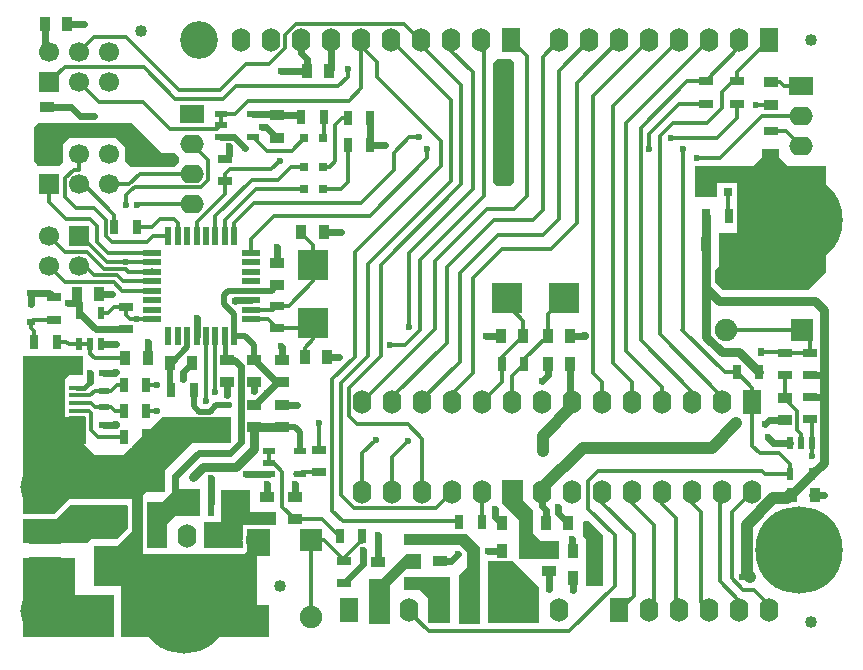
<source format=gtl>
G04 Layer_Physical_Order=1*
G04 Layer_Color=255*
%FSLAX44Y44*%
%MOMM*%
G71*
G01*
G75*
%ADD10R,2.6000X2.5000*%
%ADD11R,2.5000X2.6000*%
%ADD12R,1.0000X0.5500*%
%ADD13R,0.5500X1.0000*%
%ADD14R,0.6000X2.2000*%
%ADD15R,3.5000X2.2000*%
%ADD16R,0.5500X1.5000*%
%ADD17R,1.5000X0.5500*%
%ADD18R,2.7000X2.0000*%
%ADD19C,1.0160*%
%ADD20R,1.3000X0.9000*%
%ADD21R,0.9000X1.3000*%
%ADD22R,0.8000X0.8000*%
%ADD23R,1.6000X3.0000*%
%ADD24R,1.3500X0.4000*%
%ADD25R,1.4000X1.6000*%
%ADD26R,1.9000X1.9000*%
%ADD27R,0.6858X0.5588*%
%ADD28R,0.5588X0.6858*%
%ADD29R,1.3000X0.7000*%
%ADD30R,0.7000X1.3000*%
%ADD31R,0.9000X0.6000*%
%ADD32C,0.6000*%
%ADD33C,0.8000*%
%ADD34C,0.3000*%
%ADD35C,1.0000*%
%ADD36C,0.5000*%
%ADD37C,0.4000*%
%ADD38O,1.6000X2.0000*%
%ADD39R,1.6000X2.0000*%
%ADD40C,3.2000*%
%ADD41C,7.4000*%
%ADD42C,4.0000*%
%ADD43C,1.7000*%
%ADD44R,1.7000X1.7000*%
G04:AMPARAMS|DCode=45|XSize=2mm|YSize=1.2mm|CornerRadius=0.36mm|HoleSize=0mm|Usage=FLASHONLY|Rotation=0.000|XOffset=0mm|YOffset=0mm|HoleType=Round|Shape=RoundedRectangle|*
%AMROUNDEDRECTD45*
21,1,2.0000,0.4800,0,0,0.0*
21,1,1.2800,1.2000,0,0,0.0*
1,1,0.7200,0.6400,-0.2400*
1,1,0.7200,-0.6400,-0.2400*
1,1,0.7200,-0.6400,0.2400*
1,1,0.7200,0.6400,0.2400*
%
%ADD45ROUNDEDRECTD45*%
%ADD46R,2.0000X1.6000*%
%ADD47O,2.0000X1.6000*%
%ADD48C,1.9000*%
%ADD49R,1.9000X1.9000*%
%ADD50C,0.6000*%
G36*
X365000Y15000D02*
X346000D01*
Y36000D01*
X339000Y43000D01*
X326000D01*
Y54000D01*
X365000D01*
Y15000D01*
D02*
G37*
G36*
X482000Y101000D02*
X494000Y89000D01*
X494000Y46000D01*
X480898Y46000D01*
X480000Y46898D01*
X480000Y85000D01*
X477000Y88000D01*
X477000Y100102D01*
X477898Y101000D01*
X482000Y101000D01*
D02*
G37*
G36*
X340000Y73000D02*
X340000Y60000D01*
X327000Y60000D01*
X314000Y47000D01*
X314000Y14000D01*
X296000D01*
Y52000D01*
X306000Y52000D01*
X313000Y59000D01*
X313500D01*
Y59500D01*
X327000Y73000D01*
X340000Y73000D01*
D02*
G37*
G36*
X440000Y45000D02*
Y15000D01*
X397000Y15000D01*
X397000Y67000D01*
X418000D01*
X440000Y45000D01*
D02*
G37*
G36*
X54000Y228098D02*
X53632Y226250D01*
Y225000D01*
X43000D01*
X39000Y221000D01*
Y219000D01*
X38995D01*
Y209000D01*
Y202500D01*
Y196000D01*
Y189500D01*
X56000D01*
Y189000D01*
Y166000D01*
X55000D01*
X64000Y157000D01*
X88000D01*
X93500Y162500D01*
X95000D01*
Y164000D01*
X104000Y173000D01*
Y179000D01*
X111000D01*
X121000Y189000D01*
X148835D01*
X149854Y188319D01*
X152000Y187892D01*
X161000D01*
X163146Y188319D01*
X164165Y189000D01*
X178000D01*
X179000Y188000D01*
Y168081D01*
X177920Y167000D01*
X146000D01*
X123000Y144000D01*
Y126000D01*
X108000D01*
X105000Y123000D01*
Y117295D01*
X104941Y117000D01*
Y78000D01*
X105000Y77705D01*
Y73000D01*
X190000D01*
X193000Y76000D01*
Y94000D01*
X212000D01*
Y71000D01*
X201000D01*
Y30000D01*
X211000D01*
X211000Y3000D01*
X86000Y3000D01*
Y46000D01*
X63000D01*
Y80000D01*
X83000D01*
X95000Y92000D01*
Y94704D01*
X95059Y95000D01*
X95059Y95000D01*
X95059Y114103D01*
Y114103D01*
Y114103D01*
X95000Y114399D01*
Y120000D01*
X42000D01*
X29000Y107000D01*
X3000D01*
Y241000D01*
X54000D01*
Y228098D01*
D02*
G37*
G36*
X47000Y38000D02*
X80000D01*
Y3000D01*
X3000D01*
Y70000D01*
X47000D01*
Y38000D01*
D02*
G37*
G36*
X390000Y79000D02*
Y14000D01*
X372000D01*
Y55000D01*
X379000Y62000D01*
Y75000D01*
X373000Y81000D01*
X326000D01*
Y90000D01*
X379000D01*
X390000Y79000D01*
D02*
G37*
G36*
X419000Y489000D02*
X419000Y388000D01*
X416000Y385000D01*
X404000Y385000D01*
X401000Y388000D01*
X401000Y488999D01*
X404000Y492000D01*
X416000Y492000D01*
X419000Y489000D01*
D02*
G37*
G36*
X643000Y409000D02*
X650000Y402000D01*
X683000D01*
Y312000D01*
X668000Y297000D01*
X595000D01*
X588810Y303190D01*
Y313810D01*
X592000Y317000D01*
Y345000D01*
X608000D01*
Y387000D01*
X591000D01*
Y375000D01*
X572000D01*
Y402000D01*
X573409D01*
X574000Y401883D01*
X574591Y402000D01*
X622000D01*
X629000Y409000D01*
Y416000D01*
X643000D01*
Y409000D01*
D02*
G37*
G36*
X120400Y413000D02*
X131000Y413000D01*
X135000Y409000D01*
X135000Y405000D01*
X131000Y401000D01*
X94000D01*
X89000Y406000D01*
X89000Y418000D01*
X82000Y425000D01*
X42000Y425000D01*
X37000Y420000D01*
X37000Y405000D01*
X34000Y402000D01*
X15000D01*
Y403000D01*
X12000Y406000D01*
Y434000D01*
X16000Y438000D01*
X50409D01*
X51000Y437882D01*
X63000D01*
X63591Y438000D01*
X95400D01*
X120400Y413000D01*
D02*
G37*
G36*
X153000Y105898D02*
X152102Y105000D01*
X132000Y105000D01*
X125001Y98001D01*
X125000Y78000D01*
X108000D01*
Y117000D01*
X121000D01*
X132000Y128000D01*
X153000D01*
Y105898D01*
D02*
G37*
G36*
X426000Y119000D02*
X435000Y110000D01*
Y91000D01*
X442000Y84000D01*
X457000D01*
Y69000D01*
X423000D01*
Y102000D01*
X409000Y116000D01*
Y135586D01*
X410000Y136000D01*
X426000D01*
Y119000D01*
D02*
G37*
G36*
X195000Y109000D02*
X217000D01*
Y98000D01*
X189000D01*
Y85569D01*
X188892Y84750D01*
X189000Y83931D01*
Y78000D01*
X156000D01*
Y100000D01*
X171000D01*
Y127000D01*
X195000D01*
Y109000D01*
D02*
G37*
G36*
X92000Y114103D02*
X92000Y95000D01*
X83000Y86000D01*
X61000D01*
X57000Y82000D01*
X3000D01*
Y103000D01*
X31000D01*
X43000Y115000D01*
X85001Y115001D01*
X91102Y115001D01*
X92000Y114103D01*
D02*
G37*
D10*
X249000Y317500D02*
D03*
Y268500D02*
D03*
D11*
X412500Y290000D02*
D03*
X461500D02*
D03*
D12*
X238000Y141000D02*
D03*
Y160000D02*
D03*
X211000Y141000D02*
D03*
Y150500D02*
D03*
Y160000D02*
D03*
X197500Y426500D02*
D03*
Y445500D02*
D03*
X170500Y426500D02*
D03*
Y436000D02*
D03*
Y445500D02*
D03*
D13*
X652500Y140500D02*
D03*
X671500D02*
D03*
X652500Y167500D02*
D03*
X662000D02*
D03*
X671500D02*
D03*
X69500Y277500D02*
D03*
X50500D02*
D03*
X69500Y250500D02*
D03*
X60000D02*
D03*
X50500D02*
D03*
D14*
X136600Y116000D02*
D03*
X149300D02*
D03*
X162000D02*
D03*
X174700D02*
D03*
X187400D02*
D03*
D15*
X162000Y178000D02*
D03*
D16*
X182000Y258000D02*
D03*
X174000D02*
D03*
X166000D02*
D03*
X158000D02*
D03*
X150000D02*
D03*
X142000D02*
D03*
X134000D02*
D03*
X126000D02*
D03*
Y342000D02*
D03*
X134000D02*
D03*
X142000D02*
D03*
X150000D02*
D03*
X158000D02*
D03*
X166000D02*
D03*
X174000D02*
D03*
X182000D02*
D03*
D17*
X112000Y272000D02*
D03*
Y280000D02*
D03*
Y288000D02*
D03*
Y296000D02*
D03*
Y304000D02*
D03*
Y312000D02*
D03*
Y320000D02*
D03*
Y328000D02*
D03*
X196000D02*
D03*
Y320000D02*
D03*
Y312000D02*
D03*
Y304000D02*
D03*
Y296000D02*
D03*
Y288000D02*
D03*
Y280000D02*
D03*
Y272000D02*
D03*
D18*
X22000Y60000D02*
D03*
Y92000D02*
D03*
D19*
X221000Y46000D02*
D03*
X670000Y15750D02*
D03*
Y508000D02*
D03*
X103000Y516000D02*
D03*
D20*
X448000Y77500D02*
D03*
Y58500D02*
D03*
X199000Y199500D02*
D03*
Y180500D02*
D03*
X233000Y102500D02*
D03*
Y121500D02*
D03*
X648000Y205500D02*
D03*
Y186500D02*
D03*
X222000Y180500D02*
D03*
Y199500D02*
D03*
X218000Y444500D02*
D03*
Y425500D02*
D03*
X356000Y48500D02*
D03*
Y67500D02*
D03*
X304000Y47500D02*
D03*
Y66500D02*
D03*
X210000Y102500D02*
D03*
Y121500D02*
D03*
X115000Y112500D02*
D03*
Y131500D02*
D03*
X636000Y472500D02*
D03*
Y453500D02*
D03*
X23000Y432500D02*
D03*
Y451500D02*
D03*
X176000Y237500D02*
D03*
Y218500D02*
D03*
X218000Y300500D02*
D03*
Y319500D02*
D03*
X199000Y237500D02*
D03*
Y218500D02*
D03*
X222000Y218500D02*
D03*
Y237500D02*
D03*
D21*
X487500Y53000D02*
D03*
X468500D02*
D03*
X581750Y335250D02*
D03*
X600750D02*
D03*
X89500Y239000D02*
D03*
X108500D02*
D03*
X48500Y293000D02*
D03*
X67500D02*
D03*
X654500Y123000D02*
D03*
X673500D02*
D03*
X447500Y258000D02*
D03*
X466500D02*
D03*
X426500D02*
D03*
X407500D02*
D03*
X445500Y99000D02*
D03*
X464500D02*
D03*
X427500D02*
D03*
X408500D02*
D03*
X427500Y76000D02*
D03*
X408500D02*
D03*
X243500Y482000D02*
D03*
X262500D02*
D03*
X466500Y234000D02*
D03*
X447500D02*
D03*
X487500Y76000D02*
D03*
X468500D02*
D03*
X21500Y522000D02*
D03*
X40500D02*
D03*
X383500Y51000D02*
D03*
X402500D02*
D03*
X241500Y240000D02*
D03*
X260500D02*
D03*
X238500Y346000D02*
D03*
X257500D02*
D03*
X127500Y235000D02*
D03*
X146500D02*
D03*
D22*
X257000Y382000D02*
D03*
X241000D02*
D03*
X257000Y401000D02*
D03*
X241000D02*
D03*
X257000Y425000D02*
D03*
X241000D02*
D03*
X600250Y379250D02*
D03*
X584250D02*
D03*
D23*
X72000Y64500D02*
D03*
Y23500D02*
D03*
X73000Y141500D02*
D03*
Y100500D02*
D03*
D24*
X48745Y214000D02*
D03*
Y207500D02*
D03*
Y201000D02*
D03*
Y194500D02*
D03*
Y188000D02*
D03*
D25*
X46495Y233000D02*
D03*
Y169000D02*
D03*
D26*
X21995Y189000D02*
D03*
Y213000D02*
D03*
X246500Y84750D02*
D03*
D27*
X10000Y269808D02*
D03*
Y294192D02*
D03*
D28*
X603808Y244000D02*
D03*
X628192D02*
D03*
D29*
X174000Y407500D02*
D03*
Y388500D02*
D03*
X218000Y264500D02*
D03*
Y283500D02*
D03*
X608000Y473500D02*
D03*
Y454500D02*
D03*
X581000D02*
D03*
Y473500D02*
D03*
X636000Y431500D02*
D03*
Y412500D02*
D03*
X254000Y142500D02*
D03*
Y161500D02*
D03*
X648000Y243500D02*
D03*
Y224500D02*
D03*
X333000Y66500D02*
D03*
Y85500D02*
D03*
Y66500D02*
D03*
Y47500D02*
D03*
X90000Y263500D02*
D03*
Y282500D02*
D03*
X669000Y206000D02*
D03*
Y187000D02*
D03*
X29000Y271500D02*
D03*
Y290500D02*
D03*
X669000Y224500D02*
D03*
Y243500D02*
D03*
X275000Y67500D02*
D03*
Y48500D02*
D03*
D30*
X278250Y442000D02*
D03*
X297250D02*
D03*
Y419000D02*
D03*
X278250D02*
D03*
X99500Y350000D02*
D03*
X80500D02*
D03*
X107500Y216000D02*
D03*
X88500D02*
D03*
Y194000D02*
D03*
X107500D02*
D03*
Y172000D02*
D03*
X88500D02*
D03*
X391500Y100000D02*
D03*
X372500D02*
D03*
X238500Y443000D02*
D03*
X257500D02*
D03*
X427500Y234000D02*
D03*
X408500D02*
D03*
X581750Y359250D02*
D03*
X600750D02*
D03*
X31500Y253000D02*
D03*
X12500D02*
D03*
X271500Y88000D02*
D03*
X290500D02*
D03*
X128500Y212000D02*
D03*
X147500D02*
D03*
X607500Y227000D02*
D03*
X626500D02*
D03*
D31*
X72000Y211500D02*
D03*
Y226500D02*
D03*
Y182500D02*
D03*
Y197500D02*
D03*
D32*
X260500Y240000D02*
X270750D01*
X72000Y182500D02*
X82000D01*
X41250Y285250D02*
X50500D01*
X669000Y206000D02*
X680500D01*
X669000Y224500D02*
X680750D01*
X673500Y123000D02*
X681000D01*
X671500D02*
X673500D01*
X478500Y258000D02*
X478750Y258250D01*
X466500Y258000D02*
X478500D01*
X468000Y76500D02*
Y86000D01*
Y76500D02*
X468500Y76000D01*
X403000Y104500D02*
Y111000D01*
Y104500D02*
X408500Y99000D01*
X182750Y288000D02*
X196000D01*
X182250Y287500D02*
X182750Y288000D01*
X199000Y211000D02*
Y218500D01*
X187500Y167929D02*
Y232000D01*
X178571Y159000D02*
X187500Y167929D01*
X152000Y159000D02*
X178571D01*
X132000Y139000D02*
X152000Y159000D01*
X51000Y444000D02*
X63000D01*
X43500Y451500D02*
X51000Y444000D01*
X23000Y451500D02*
X43500D01*
X78500Y293000D02*
X78750Y293250D01*
X67500Y293000D02*
X78500D01*
X442500Y220000D02*
X447500Y225000D01*
Y234000D01*
X394750Y257500D02*
X395250Y258000D01*
X407500D01*
X108500Y252250D02*
X108500Y252250D01*
X108500Y239000D02*
Y252250D01*
X138750Y221500D02*
Y227250D01*
X146500Y235000D01*
X150000Y273000D02*
X150000Y273000D01*
X150000Y258000D02*
Y273000D01*
X176000Y208000D02*
Y218500D01*
X199000Y199500D02*
X209250Y209750D01*
X235250Y199500D02*
X235250Y199500D01*
X222000Y199500D02*
X235250D01*
X270750Y239750D02*
Y240000D01*
X221750Y249000D02*
X222000Y248750D01*
Y237500D02*
Y248750D01*
X218000Y319500D02*
Y333250D01*
X257500Y346000D02*
X272000D01*
X262500Y482000D02*
X264160Y483660D01*
Y508000D01*
X205250Y434500D02*
X209000D01*
X218000Y425500D01*
X181750Y426500D02*
X191250Y417000D01*
X170500Y426500D02*
X181750D01*
X40500Y522000D02*
X54750D01*
X631250Y183500D02*
X634250Y186500D01*
X648000D01*
X633500Y172250D02*
X638250Y167500D01*
X652500D01*
X456000Y107500D02*
Y113000D01*
Y107500D02*
X464500Y99000D01*
X396500Y76000D02*
X408500D01*
X233000Y121500D02*
Y132750D01*
X210000Y121500D02*
Y132250D01*
X162000Y116000D02*
Y137750D01*
X69500Y250500D02*
X81750D01*
X81250Y226500D02*
X81750Y227000D01*
X72000Y226500D02*
X81250D01*
X81500Y183000D02*
X82000Y182500D01*
X21500Y501740D02*
X25400Y497840D01*
X21500Y501740D02*
Y522000D01*
X237000Y444500D02*
X238500Y443000D01*
X229500Y444500D02*
X237000D01*
X218000D02*
X229500D01*
X217000Y445500D02*
X218000Y444500D01*
X197500Y445500D02*
X217000D01*
X174000Y407500D02*
X177500Y411000D01*
Y418500D01*
X10000Y284750D02*
Y294192D01*
X50500Y277500D02*
Y285250D01*
X25308Y294192D02*
X29000Y290500D01*
X10000Y294192D02*
X25308D01*
X50500Y277500D02*
X64500Y263500D01*
X90000D01*
X199000Y180500D02*
X199000Y180500D01*
X291250Y64750D02*
Y76500D01*
X275000Y48500D02*
X291250Y64750D01*
X468500Y43000D02*
Y53000D01*
X448000Y43250D02*
Y58500D01*
X466500Y203680D02*
X468250Y201930D01*
X466500Y203680D02*
Y234000D01*
X209250Y209750D02*
X218000Y218500D01*
X199000Y237500D02*
X218000Y218500D01*
X222000D01*
X174000Y239500D02*
X176000Y237500D01*
X59750Y218750D02*
Y226250D01*
X445500Y99000D02*
Y110750D01*
X442850Y113400D02*
X445500Y110750D01*
X442850Y113400D02*
Y125730D01*
X221250Y481750D02*
X221500Y482000D01*
X243500D01*
Y492500D01*
X238760Y497240D02*
X243500Y492500D01*
X238760Y497240D02*
Y508000D01*
X304000Y66500D02*
Y89000D01*
X365500Y67500D02*
X371000Y73000D01*
X356000Y67500D02*
X365500D01*
X210500Y140500D02*
X211000Y141000D01*
X191750Y140500D02*
X210500D01*
X132000Y122000D02*
Y139000D01*
X182000Y237500D02*
X187500Y232000D01*
X297250Y419000D02*
Y442000D01*
Y419000D02*
X309750D01*
D33*
X652500Y123000D02*
X653582Y123997D01*
X595000Y244000D02*
X603808D01*
X581750Y257250D02*
X595000Y244000D01*
X581750Y257250D02*
Y298000D01*
Y335250D01*
Y298000D02*
X592750Y287000D01*
X603808Y244000D02*
X609500D01*
X626500Y227000D01*
X581750Y335250D02*
Y359250D01*
X681500Y205000D02*
Y279500D01*
Y150500D02*
Y205000D01*
X680500Y206000D02*
X681500Y205000D01*
X680750Y224500D02*
X681000Y224250D01*
X674000Y287000D02*
X681500Y279500D01*
X592750Y287000D02*
X674000D01*
X671500Y140500D02*
X681500Y150500D01*
X671500Y140485D02*
Y140500D01*
X654500Y123485D02*
X671500Y140485D01*
X654500Y123000D02*
Y123485D01*
X199000Y180500D02*
X222000D01*
X199000Y162000D02*
Y180500D01*
X183750Y146750D02*
X199000Y162000D01*
X147250Y138250D02*
X155750Y146750D01*
X183750D01*
D34*
X595250Y201930D02*
Y205750D01*
X542000Y259000D02*
X595250Y205750D01*
X569850Y201930D02*
Y210150D01*
X526000Y254000D02*
X569850Y210150D01*
X526000Y254000D02*
Y434071D01*
X544450Y201930D02*
Y214550D01*
X519050Y201930D02*
Y218950D01*
X561000Y263000D02*
X597000Y227000D01*
X607500D01*
X620650Y213850D01*
Y201930D02*
Y213850D01*
X603500Y52500D02*
X613000Y43000D01*
X603500Y52500D02*
Y108580D01*
X613000Y43000D02*
X622000D01*
X598000Y263000D02*
X663000D01*
X671500Y167500D02*
Y184500D01*
X628192Y244000D02*
X647500D01*
X669000Y187000D02*
X671500Y184500D01*
X662000Y167500D02*
Y174500D01*
X658000Y178500D02*
X662000Y174500D01*
X658000Y178500D02*
Y194000D01*
X663000Y263000D02*
X669000Y257000D01*
Y243500D02*
Y257000D01*
X648000Y243500D02*
X669000D01*
X622000Y43000D02*
X635000Y30000D01*
Y25400D02*
Y30000D01*
X603500Y108580D02*
X620650Y125730D01*
X490250Y143500D02*
X628500D01*
X481500Y134750D02*
X490250Y143500D01*
X628500D02*
X631500Y140500D01*
X652500D01*
X504000Y46000D02*
Y89000D01*
X465750Y7750D02*
X504000Y46000D01*
X346750Y7750D02*
X465750D01*
X481500Y111500D02*
X504000Y89000D01*
X481500Y111500D02*
Y134750D01*
X519050Y115950D02*
X537000Y98000D01*
Y29000D02*
Y98000D01*
X533400Y25400D02*
X537000Y29000D01*
X493650Y116350D02*
X520000Y90000D01*
Y37400D02*
Y90000D01*
X508000Y25400D02*
X520000Y37400D01*
X544450Y115550D02*
X556000Y104000D01*
Y28200D02*
Y104000D01*
Y28200D02*
X558800Y25400D01*
X593000Y123480D02*
X595250Y125730D01*
X593000Y50000D02*
Y123480D01*
Y50000D02*
X609600Y33400D01*
X569850Y116150D02*
X577000Y109000D01*
Y32600D02*
Y109000D01*
Y32600D02*
X584200Y25400D01*
X609600D02*
Y33400D01*
X569850Y116150D02*
Y125730D01*
X544450Y115550D02*
Y125730D01*
X519050Y115950D02*
Y125730D01*
X493650Y116350D02*
Y125730D01*
X273750Y101000D02*
X370500D01*
X92000Y312000D02*
X110750D01*
X90000Y314000D02*
X92000Y312000D01*
X72000Y314000D02*
X90000D01*
X88000Y304000D02*
X112000D01*
X83000Y309000D02*
X88000Y304000D01*
X63000Y309000D02*
X83000D01*
X87000Y296000D02*
X112000D01*
X80000Y303000D02*
X87000Y296000D01*
X39000Y303000D02*
X80000D01*
X57000Y329000D02*
X72000Y314000D01*
X38400Y329000D02*
X57000D01*
X55400Y316600D02*
X63000Y309000D01*
X50800Y316600D02*
X55400D01*
X25400Y342000D02*
X38400Y329000D01*
X63000Y366000D02*
X73000Y356000D01*
Y342550D02*
Y356000D01*
Y342550D02*
X78550Y337000D01*
X107750D02*
X112750Y342000D01*
X78550Y337000D02*
X107750D01*
X59500Y357000D02*
X65750Y350750D01*
X39500Y357000D02*
X59500D01*
X25400Y371100D02*
X39500Y357000D01*
X48000Y366000D02*
X63000D01*
X38800Y375200D02*
X48000Y366000D01*
X38800Y375200D02*
Y391051D01*
X80500Y350000D02*
Y360500D01*
X54920Y386080D02*
X80500Y360500D01*
X50800Y386080D02*
X54920D01*
X65750Y337250D02*
Y350750D01*
X174000Y378000D02*
Y388500D01*
X150000Y354000D02*
X174000Y378000D01*
X150000Y342000D02*
Y354000D01*
X215500Y359500D02*
X296500D01*
X196000Y340000D02*
X215500Y359500D01*
X196000Y328000D02*
Y340000D01*
X317000Y413000D02*
X330000Y426000D01*
X317000Y398000D02*
Y413000D01*
X289000Y370000D02*
X317000Y398000D01*
X198571Y370000D02*
X289000D01*
X330000Y426000D02*
X338000D01*
X272000Y382000D02*
X278250Y388250D01*
X257000Y382000D02*
X272000D01*
X345000Y416000D02*
X345122Y408122D01*
X296500Y359500D02*
X345122Y408122D01*
X219000Y390000D02*
X230000Y401000D01*
X197000Y390000D02*
X219000D01*
X166000Y359000D02*
X197000Y390000D01*
X200000Y382000D02*
X241000D01*
X174000Y356000D02*
X200000Y382000D01*
X174000Y342000D02*
Y356000D01*
X182000Y353429D02*
X198571Y370000D01*
X182000Y342000D02*
Y353429D01*
X230000Y401000D02*
X241000D01*
X166000Y342000D02*
Y359000D01*
X213000Y399000D02*
X220250Y406250D01*
X178000Y399000D02*
X213000D01*
X174000Y395000D02*
X178000Y399000D01*
X174000Y388500D02*
Y395000D01*
X273000Y442000D02*
X278250D01*
X267500Y436500D02*
X273000Y442000D01*
X267500Y405500D02*
Y436500D01*
X263000Y401000D02*
X267500Y405500D01*
X257000Y401000D02*
X263000D01*
X67771Y455469D02*
X104531D01*
X50800Y472440D02*
X67771Y455469D01*
X104531D02*
X127250Y432750D01*
X167250D01*
X38210Y485250D02*
X105500D01*
X63460Y510500D02*
X90500D01*
X50800Y497840D02*
X63460Y510500D01*
X279000Y457000D02*
X289560Y467560D01*
X193750Y457000D02*
X279000D01*
X183000Y469000D02*
X270000D01*
X278000Y477000D01*
Y484000D01*
X182250Y445500D02*
X193750Y457000D01*
X172750Y458750D02*
X183000Y469000D01*
X132000Y458750D02*
X172750D01*
X134750Y466250D02*
X170250D01*
X90500Y510500D02*
X134750Y466250D01*
X211623Y488000D02*
X224860Y501237D01*
X192000Y488000D02*
X211623D01*
X170250Y466250D02*
X192000Y488000D01*
X224860Y501237D02*
Y512363D01*
X158000Y203000D02*
Y258000D01*
Y202250D02*
Y203000D01*
X166000Y210000D02*
Y258000D01*
X101950Y395200D02*
X146000D01*
X92830Y386080D02*
X101950Y395200D01*
X76200Y386080D02*
X92830D01*
X97821Y384000D02*
X138937D01*
X94901Y381080D02*
X97821Y384000D01*
X94830Y381080D02*
X94901D01*
X90500Y376750D02*
X94830Y381080D01*
X210500Y272000D02*
X218000Y264500D01*
X196000Y272000D02*
X210500D01*
X228250Y283500D02*
X249000Y304250D01*
X218000Y283500D02*
X228250D01*
X620650Y164600D02*
Y201930D01*
Y164600D02*
X626750Y158500D01*
X275000Y68000D02*
Y69442D01*
Y67500D02*
Y68000D01*
Y69442D02*
X288558Y83000D01*
X290500D02*
Y88000D01*
X666500Y262500D02*
X667000Y263000D01*
X90750Y320000D02*
X112000D01*
X90500Y320500D02*
X90750Y320750D01*
X75000Y328000D02*
X112000D01*
X112750Y342000D02*
X126000D01*
X99500Y350000D02*
X112500D01*
X119000Y356500D01*
X90500Y369000D02*
Y376750D01*
X138937Y384000D02*
X139237Y383700D01*
X153513D01*
X159500Y389687D01*
Y407100D01*
X146000Y420600D02*
X159500Y407100D01*
X100800Y369800D02*
X146000D01*
X100000Y369000D02*
X100800Y369800D01*
X48745Y194500D02*
X58750D01*
X60750Y192500D01*
Y178000D02*
Y192500D01*
Y178000D02*
X66750Y172000D01*
X88500D01*
X254000Y184000D02*
X254250D01*
X254000Y161500D02*
Y183750D01*
X215250Y150000D02*
X222750Y142500D01*
Y112750D02*
Y142500D01*
Y112750D02*
X233000Y102500D01*
X270500Y88000D02*
X271500D01*
X256000Y102500D02*
X270500Y88000D01*
X233000Y102500D02*
X256000D01*
X258250Y84750D02*
X275000Y68000D01*
X246500Y84750D02*
X258250D01*
X246500Y19750D02*
Y84750D01*
X218000Y264500D02*
X245000D01*
X214500Y280000D02*
X218000Y283500D01*
X196000Y280000D02*
X214500D01*
X107500Y194000D02*
X116250D01*
X81000D02*
X88500D01*
X77500Y197500D02*
X81000Y194000D01*
X72000Y197500D02*
X77500D01*
X82250Y216000D02*
X88500D01*
X77750Y211500D02*
X82250Y216000D01*
X72000Y211500D02*
X77750D01*
X64000Y197500D02*
X72000D01*
X60500Y201000D02*
X64000Y197500D01*
X48745Y201000D02*
X60500D01*
X63750Y211500D02*
X72000D01*
X59750Y207500D02*
X63750Y211500D01*
X48745Y207500D02*
X59750D01*
X63750Y239000D02*
X89500D01*
X60000Y242750D02*
X63750Y239000D01*
X60000Y242750D02*
Y250500D01*
X50500D02*
X60000D01*
X42250D02*
X50500D01*
X39750Y253000D02*
X42250Y250500D01*
X31500Y253000D02*
X39750D01*
X12500D02*
Y262000D01*
X10000Y264500D02*
X12500Y262000D01*
X10000Y264500D02*
Y269808D01*
X11692Y271500D01*
X29000D01*
X69500Y277500D02*
X75250D01*
X80250Y282500D01*
X90000D01*
Y275250D02*
Y282500D01*
Y275250D02*
X93250Y272000D01*
X249000Y317500D02*
Y334500D01*
X238500Y345000D02*
X249000Y334500D01*
X238500Y345000D02*
Y346000D01*
X249000Y255000D02*
Y268500D01*
X241500Y247500D02*
X249000Y255000D01*
X241500Y240000D02*
Y247500D01*
X245000Y264500D02*
X249000Y268500D01*
Y304250D02*
Y317500D01*
X209500Y414500D02*
X230500D01*
X197500Y426500D02*
X209500Y414500D01*
X257000Y425000D02*
X257500Y425500D01*
Y443000D01*
X230500Y414500D02*
X241000Y425000D01*
X25400Y316600D02*
X39000Y303000D01*
X52071Y342000D02*
X74071Y320000D01*
X65750Y337250D02*
X75000Y328000D01*
X50800Y342000D02*
X52071D01*
X112000Y312000D02*
Y313250D01*
X25400Y371100D02*
Y386080D01*
X131000Y356500D02*
X134000Y353500D01*
X119000Y356500D02*
X131000D01*
X134000Y342000D02*
Y353500D01*
X38800Y391051D02*
X45829Y398080D01*
X50180D01*
X50800Y398700D01*
Y411480D01*
X170500Y445500D02*
X182250D01*
X170500Y436000D02*
Y445500D01*
X167250Y432750D02*
X170500Y436000D01*
X105500Y485250D02*
X132000Y458750D01*
X25400Y472440D02*
X38210Y485250D01*
X339750Y507390D02*
X340360Y508000D01*
X233997Y521500D02*
X325640D01*
X224860Y512363D02*
X233997Y521500D01*
X417450Y201930D02*
Y223950D01*
X427500Y234000D01*
Y238000D01*
X447500Y258000D01*
Y276000D01*
X461500Y290000D01*
X392050Y201930D02*
X408500Y218380D01*
Y234000D01*
Y240000D01*
X426500Y258000D01*
Y270500D01*
X412500Y284500D02*
X426500Y270500D01*
X412500Y284500D02*
Y290000D01*
X648000Y204000D02*
Y205500D01*
Y204000D02*
X658000Y194000D01*
X648000Y205500D02*
Y224500D01*
X647500Y244000D02*
X648000Y243500D01*
X600250Y359750D02*
X600750Y359250D01*
X600250Y359750D02*
Y379250D01*
X636000Y431500D02*
X648700D01*
X662000Y418200D01*
X647250Y469000D02*
X662000D01*
X643750Y472500D02*
X647250Y469000D01*
X636000Y472500D02*
X643750D01*
X626750Y158500D02*
X643500D01*
X652500Y149500D01*
Y140500D02*
Y149500D01*
X330200Y24300D02*
X346750Y7750D01*
X330200Y24300D02*
Y25400D01*
X671000Y186500D02*
X671250D01*
X670750Y166750D02*
X671500Y167500D01*
X670750Y156250D02*
Y166750D01*
X623750Y453250D02*
Y453500D01*
X315850Y125730D02*
Y155600D01*
X329250Y169000D01*
X290450Y125730D02*
Y158200D01*
X302000Y169750D01*
X283250Y111750D02*
X352670D01*
X366650Y125730D01*
X608000Y481000D02*
X635000Y508000D01*
X608000Y473500D02*
Y481000D01*
X609600Y502100D02*
Y508000D01*
X581000Y473500D02*
X609600Y502100D01*
X595000Y450750D02*
Y464000D01*
X604500Y473500D01*
X608000D01*
X582250Y438000D02*
X595000Y450750D01*
X366650Y201930D02*
Y208650D01*
X526000Y434071D02*
X565429Y473500D01*
X581000D01*
X472000Y472000D02*
X508000Y508000D01*
X486000Y460600D02*
X533400Y508000D01*
X503000Y235000D02*
X519050Y218950D01*
X503000Y235000D02*
Y452200D01*
X558800Y508000D01*
X514000Y245000D02*
X544450Y214550D01*
X514000Y245000D02*
Y437800D01*
X584200Y508000D01*
X486000Y226000D02*
Y460600D01*
Y226000D02*
X493650Y218350D01*
Y201930D02*
Y218350D01*
X561000Y263000D02*
X562000Y264000D01*
Y416000D01*
X542000Y259000D02*
Y427000D01*
X553000Y438000D01*
X582250D01*
X533000Y416000D02*
Y429000D01*
X558500Y454500D01*
X581000D01*
X341250Y125730D02*
Y170750D01*
X329000Y183000D02*
X341250Y170750D01*
X286000Y183000D02*
X329000D01*
X366650Y208650D02*
X384000Y226000D01*
X574000Y408000D02*
X593000D01*
X628600Y443600D01*
X662000D01*
X552000Y425000D02*
X591000D01*
X608000Y442000D01*
Y454500D01*
X211000Y150500D02*
Y160000D01*
X238000Y141000D02*
X239500Y142500D01*
X254000D01*
X278950Y190050D02*
X286000Y183000D01*
X265000Y109750D02*
X273750Y101000D01*
X265000Y109750D02*
Y221071D01*
X284000Y240071D01*
Y328750D01*
X289560Y503440D02*
Y508000D01*
Y503440D02*
X303000Y490000D01*
X289560Y467560D02*
Y503440D01*
X284000Y328750D02*
X357000Y401750D01*
X303000Y477000D02*
Y490000D01*
Y477000D02*
X357000Y423000D01*
Y401750D02*
Y423000D01*
X314000Y250000D02*
X326250D01*
X339250Y263000D01*
X278950Y190050D02*
Y213950D01*
X306000Y241000D01*
X295000Y241000D02*
Y319000D01*
X365250Y389250D01*
X272000Y123000D02*
X283250Y111750D01*
X272000Y123000D02*
Y218000D01*
X295000Y241000D01*
X391160Y508000D02*
X393000Y506160D01*
X365760Y499240D02*
Y508000D01*
Y499240D02*
X384000Y481000D01*
X339750Y504250D02*
Y507390D01*
Y504250D02*
X374000Y470000D01*
X314960Y508000D02*
X365250Y457710D01*
Y389250D02*
Y457710D01*
X306000Y241000D02*
Y318000D01*
X374000Y386000D01*
Y470000D01*
X330000Y265250D02*
Y328000D01*
X384000Y382000D01*
Y481000D01*
X339250Y263000D02*
Y322250D01*
X393000Y376000D01*
Y506160D01*
X384000Y226000D02*
Y307000D01*
X315850Y201930D02*
Y205850D01*
X341250Y201930D02*
Y204250D01*
X290450Y201930D02*
X352000Y263480D01*
Y321000D01*
X315850Y205850D02*
X362000Y252000D01*
Y316000D01*
X341250Y204250D02*
X373000Y236000D01*
Y311000D01*
X457000Y482400D02*
X482600Y508000D01*
X450500Y331500D02*
X472000Y353000D01*
X408500Y331500D02*
X450500D01*
X472000Y353000D02*
Y472000D01*
X384000Y307000D02*
X408500Y331500D01*
X373000Y311000D02*
X405000Y343000D01*
X362000Y316000D02*
X401500Y355500D01*
X352000Y321000D02*
X396000Y365000D01*
X405000Y343000D02*
X443000D01*
X457000Y357000D01*
Y482400D01*
X443000Y493800D02*
X457200Y508000D01*
X401500Y355500D02*
X434500D01*
X443000Y364000D01*
Y493800D01*
X416560Y508000D02*
X430000Y494560D01*
X396000Y365000D02*
X419000D01*
X430000Y376000D01*
Y494560D01*
X325640Y521500D02*
X339750Y507390D01*
X110750Y312000D02*
X112000Y313250D01*
X74071Y320000D02*
X90500D01*
X278250Y388250D02*
Y419000D01*
X391500Y99000D02*
X392050Y99550D01*
Y125730D01*
X370500Y101000D02*
X372500Y99000D01*
X93250Y272000D02*
X112000D01*
X107500Y216250D02*
X116250D01*
X623750Y453500D02*
X636000D01*
X254000Y183750D02*
X254250Y184000D01*
X233500Y140500D02*
X238000D01*
X211000Y150000D02*
X215250D01*
X288558Y83000D02*
X290500D01*
D35*
X616000Y57000D02*
X619000Y54000D01*
X616000Y97867D02*
X638333Y120200D01*
X616000Y57000D02*
Y97867D01*
X649700Y120200D02*
X652500Y123000D01*
X638333Y120200D02*
X649700D01*
X586000Y163000D02*
X607000Y184000D01*
X476850Y163000D02*
X586000D01*
X442850Y129000D02*
X476850Y163000D01*
X442850Y125730D02*
Y129000D01*
X468250Y198000D02*
Y201930D01*
X443000Y172750D02*
X468250Y198000D01*
X443000Y160000D02*
Y172750D01*
D36*
X199000Y237500D02*
Y249750D01*
X190750Y258000D02*
X199000Y249750D01*
X182000Y258000D02*
X190750D01*
X182000D02*
Y276000D01*
X173000Y285000D02*
X182000Y276000D01*
X173000Y285000D02*
Y292000D01*
X177000Y296000D01*
X196000D01*
X213500D01*
X218000Y300500D01*
X152000Y193500D02*
X161000D01*
X166500Y199000D01*
X177500D01*
X147500Y198000D02*
X152000Y193500D01*
X147500Y198000D02*
Y212000D01*
X127500Y213000D02*
Y235000D01*
Y213000D02*
X128500Y212000D01*
X127500Y235000D02*
X129000D01*
X142000Y248000D01*
Y258000D01*
X176000Y237500D02*
X182000D01*
X238000Y160000D02*
Y176000D01*
X233500Y180500D02*
X238000Y176000D01*
X222000Y180500D02*
X233500D01*
D37*
X174000Y239500D02*
Y258000D01*
X48745Y214000D02*
X55000D01*
X59750Y218750D01*
D38*
X290450Y125730D02*
D03*
X315850D02*
D03*
X341250D02*
D03*
X366650D02*
D03*
X392050D02*
D03*
X417450D02*
D03*
X442850D02*
D03*
X468250D02*
D03*
X493650D02*
D03*
X519050D02*
D03*
X544450D02*
D03*
X569850D02*
D03*
X595250D02*
D03*
X620650D02*
D03*
X290450Y201930D02*
D03*
X315850D02*
D03*
X341250D02*
D03*
X366650D02*
D03*
X392050D02*
D03*
X417450D02*
D03*
X442850D02*
D03*
X468250D02*
D03*
X493650D02*
D03*
X519050D02*
D03*
X544450D02*
D03*
X569850D02*
D03*
X595250D02*
D03*
X304800Y25400D02*
D03*
X330200D02*
D03*
X355600D02*
D03*
X381000D02*
D03*
X406400D02*
D03*
X431800D02*
D03*
X457200D02*
D03*
X533400D02*
D03*
X558800D02*
D03*
X584200D02*
D03*
X609600D02*
D03*
X635000D02*
D03*
X609600Y508000D02*
D03*
X584200D02*
D03*
X558800D02*
D03*
X533400D02*
D03*
X508000D02*
D03*
X482600D02*
D03*
X457200D02*
D03*
X187960D02*
D03*
X213360D02*
D03*
X238760D02*
D03*
X264160D02*
D03*
X289560D02*
D03*
X314960D02*
D03*
X340360D02*
D03*
X365760D02*
D03*
X391160D02*
D03*
X141600Y88000D02*
D03*
X167000D02*
D03*
D39*
X620650Y201930D02*
D03*
X279400Y25400D02*
D03*
X508000D02*
D03*
X635000Y508000D02*
D03*
X416560D02*
D03*
X116200Y88000D02*
D03*
D40*
X152400Y508000D02*
D03*
D41*
X660400Y355600D02*
D03*
Y76200D02*
D03*
X139700Y25400D02*
D03*
D42*
X21000Y130000D02*
D03*
Y25000D02*
D03*
D43*
X76200Y497840D02*
D03*
X50800D02*
D03*
X25400D02*
D03*
X76200Y472440D02*
D03*
X50800D02*
D03*
X76200Y411480D02*
D03*
X50800D02*
D03*
X25400D02*
D03*
X76200Y386080D02*
D03*
X50800D02*
D03*
X25400Y342000D02*
D03*
X50800Y316600D02*
D03*
X25400D02*
D03*
D44*
Y472440D02*
D03*
Y386080D02*
D03*
X50800Y342000D02*
D03*
D45*
X21995Y234000D02*
D03*
Y168000D02*
D03*
D46*
X662000Y469000D02*
D03*
X146000Y446000D02*
D03*
D47*
X662000Y443600D02*
D03*
Y418200D02*
D03*
X146000Y420600D02*
D03*
Y395200D02*
D03*
Y369800D02*
D03*
D48*
X663000Y308000D02*
D03*
X598000D02*
D03*
Y263000D02*
D03*
X246500Y19750D02*
D03*
X201500D02*
D03*
Y84750D02*
D03*
D49*
X663000Y263000D02*
D03*
D50*
X575000Y380000D02*
D03*
Y389000D02*
D03*
X619000Y54000D02*
D03*
X612000D02*
D03*
X468000Y86000D02*
D03*
X403000Y111000D02*
D03*
X400000Y63000D02*
D03*
X409000D02*
D03*
X322000D02*
D03*
X115000Y413000D02*
D03*
Y404000D02*
D03*
X199000Y211000D02*
D03*
X158000Y203000D02*
D03*
X166000Y210000D02*
D03*
X63000Y444000D02*
D03*
X316000Y57000D02*
D03*
X124250Y174750D02*
D03*
X78750Y293250D02*
D03*
X442500Y220000D02*
D03*
X478750Y258250D02*
D03*
X394750Y257500D02*
D03*
X108500Y252250D02*
D03*
X138750Y221500D02*
D03*
X150000Y273000D02*
D03*
X176000Y208000D02*
D03*
X235250Y199500D02*
D03*
X270750Y239750D02*
D03*
X221750Y249000D02*
D03*
X182250Y287500D02*
D03*
X218000Y333250D02*
D03*
X272000Y346000D02*
D03*
X205250Y434500D02*
D03*
X191250Y417000D02*
D03*
X54750Y522000D02*
D03*
X575000Y398000D02*
D03*
X631250Y183500D02*
D03*
X633500Y172250D02*
D03*
X681000Y123000D02*
D03*
X456000Y113000D02*
D03*
X396500Y76000D02*
D03*
X417000Y63000D02*
D03*
X191750Y140500D02*
D03*
X233000Y132750D02*
D03*
X210000Y132250D02*
D03*
X162000Y137750D02*
D03*
X81750Y250500D02*
D03*
Y227000D02*
D03*
X81500Y183000D02*
D03*
X309750Y419000D02*
D03*
X229500Y444500D02*
D03*
X177500Y418500D02*
D03*
X126000Y406750D02*
D03*
X10000Y284750D02*
D03*
X41250Y285250D02*
D03*
X147250Y138250D02*
D03*
X291250Y76500D02*
D03*
X468500Y43000D02*
D03*
X448000Y43250D02*
D03*
X90500Y320500D02*
D03*
Y369000D02*
D03*
X100000D02*
D03*
Y272250D02*
D03*
X254000Y184000D02*
D03*
X481500Y93250D02*
D03*
X443000Y160000D02*
D03*
X209250Y209750D02*
D03*
X177500Y199000D02*
D03*
X88000Y111000D02*
D03*
Y103000D02*
D03*
X59750Y218750D02*
D03*
Y226250D02*
D03*
X116250Y216250D02*
D03*
Y194000D02*
D03*
X278000Y484000D02*
D03*
X221250Y481750D02*
D03*
X220250Y406250D02*
D03*
X533000Y416000D02*
D03*
X338000Y426000D02*
D03*
X670750Y156250D02*
D03*
X623750Y453250D02*
D03*
X329250Y169000D02*
D03*
X330000Y265250D02*
D03*
X302000Y169750D02*
D03*
X607000Y184000D02*
D03*
X345000Y416000D02*
D03*
X574000Y408000D02*
D03*
X304000Y89000D02*
D03*
X371000Y73000D02*
D03*
X562000Y416000D02*
D03*
X552000Y425000D02*
D03*
X314000Y250000D02*
D03*
X406000Y389000D02*
D03*
X413000Y396000D02*
D03*
Y389000D02*
D03*
X406000Y396000D02*
D03*
X407000Y487000D02*
D03*
X414000Y480000D02*
D03*
Y487000D02*
D03*
X407000Y480000D02*
D03*
X140000Y185000D02*
D03*
Y177000D02*
D03*
Y169000D02*
D03*
X128000Y157000D02*
D03*
X118000D02*
D03*
X108000D02*
D03*
X118000Y167000D02*
D03*
M02*

</source>
